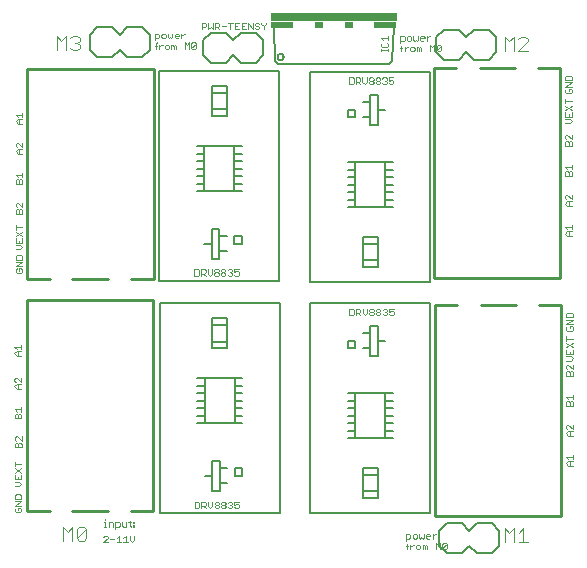
<source format=gto>
G75*
G70*
%OFA0B0*%
%FSLAX24Y24*%
%IPPOS*%
%LPD*%
%AMOC8*
5,1,8,0,0,1.08239X$1,22.5*
%
%ADD10C,0.0020*%
%ADD11C,0.0050*%
%ADD12C,0.0100*%
%ADD13C,0.0040*%
%ADD14C,0.0080*%
%ADD15R,0.4200X0.0300*%
%ADD16R,0.0750X0.0200*%
%ADD17R,0.0300X0.0200*%
D10*
X003446Y003121D02*
X003593Y003267D01*
X003593Y003304D01*
X003556Y003341D01*
X003483Y003341D01*
X003446Y003304D01*
X003446Y003121D02*
X003593Y003121D01*
X003667Y003231D02*
X003814Y003231D01*
X003888Y003267D02*
X003961Y003341D01*
X003961Y003121D01*
X003888Y003121D02*
X004035Y003121D01*
X004109Y003121D02*
X004256Y003121D01*
X004182Y003121D02*
X004182Y003341D01*
X004109Y003267D01*
X003838Y003568D02*
X003838Y003789D01*
X003948Y003789D01*
X003985Y003752D01*
X003985Y003678D01*
X003948Y003642D01*
X003838Y003642D01*
X003764Y003642D02*
X003764Y003752D01*
X003727Y003789D01*
X003617Y003789D01*
X003617Y003642D01*
X003543Y003642D02*
X003470Y003642D01*
X003506Y003642D02*
X003506Y003789D01*
X003470Y003789D01*
X003506Y003862D02*
X003506Y003899D01*
X004059Y003789D02*
X004059Y003678D01*
X004096Y003642D01*
X004206Y003642D01*
X004206Y003789D01*
X004280Y003789D02*
X004353Y003789D01*
X004317Y003825D02*
X004317Y003678D01*
X004353Y003642D01*
X004427Y003642D02*
X004427Y003678D01*
X004464Y003678D01*
X004464Y003642D01*
X004427Y003642D01*
X004427Y003752D02*
X004427Y003789D01*
X004464Y003789D01*
X004464Y003752D01*
X004427Y003752D01*
X004477Y003341D02*
X004477Y003194D01*
X004403Y003121D01*
X004330Y003194D01*
X004330Y003341D01*
X006486Y004256D02*
X006596Y004256D01*
X006633Y004292D01*
X006633Y004439D01*
X006596Y004476D01*
X006486Y004476D01*
X006486Y004256D01*
X006707Y004256D02*
X006707Y004476D01*
X006817Y004476D01*
X006854Y004439D01*
X006854Y004366D01*
X006817Y004329D01*
X006707Y004329D01*
X006780Y004329D02*
X006854Y004256D01*
X006928Y004329D02*
X006928Y004476D01*
X007075Y004476D02*
X007075Y004329D01*
X007001Y004256D01*
X006928Y004329D01*
X007149Y004329D02*
X007186Y004366D01*
X007259Y004366D01*
X007296Y004329D01*
X007296Y004292D01*
X007259Y004256D01*
X007186Y004256D01*
X007149Y004292D01*
X007149Y004329D01*
X007186Y004366D02*
X007149Y004402D01*
X007149Y004439D01*
X007186Y004476D01*
X007259Y004476D01*
X007296Y004439D01*
X007296Y004402D01*
X007259Y004366D01*
X007370Y004402D02*
X007370Y004439D01*
X007407Y004476D01*
X007480Y004476D01*
X007517Y004439D01*
X007517Y004402D01*
X007480Y004366D01*
X007407Y004366D01*
X007370Y004402D01*
X007407Y004366D02*
X007370Y004329D01*
X007370Y004292D01*
X007407Y004256D01*
X007480Y004256D01*
X007517Y004292D01*
X007517Y004329D01*
X007480Y004366D01*
X007591Y004439D02*
X007628Y004476D01*
X007701Y004476D01*
X007738Y004439D01*
X007738Y004402D01*
X007701Y004366D01*
X007738Y004329D01*
X007738Y004292D01*
X007701Y004256D01*
X007628Y004256D01*
X007591Y004292D01*
X007664Y004366D02*
X007701Y004366D01*
X007812Y004366D02*
X007885Y004402D01*
X007922Y004402D01*
X007959Y004366D01*
X007959Y004292D01*
X007922Y004256D01*
X007849Y004256D01*
X007812Y004292D01*
X007812Y004366D02*
X007812Y004476D01*
X007959Y004476D01*
X013532Y003388D02*
X013532Y003168D01*
X013532Y003241D02*
X013642Y003241D01*
X013678Y003278D01*
X013678Y003351D01*
X013642Y003388D01*
X013532Y003388D01*
X013605Y003102D02*
X013568Y003065D01*
X013568Y002881D01*
X013679Y002881D02*
X013679Y003028D01*
X013679Y002955D02*
X013752Y003028D01*
X013789Y003028D01*
X013863Y002991D02*
X013863Y002918D01*
X013900Y002881D01*
X013973Y002881D01*
X014010Y002918D01*
X014010Y002991D01*
X013973Y003028D01*
X013900Y003028D01*
X013863Y002991D01*
X014084Y003028D02*
X014084Y002881D01*
X014157Y002881D02*
X014157Y002991D01*
X014194Y003028D01*
X014231Y002991D01*
X014231Y002881D01*
X014157Y002991D02*
X014121Y003028D01*
X014084Y003028D01*
X014084Y003241D02*
X014120Y003278D01*
X014120Y003388D01*
X014195Y003351D02*
X014231Y003388D01*
X014305Y003388D01*
X014341Y003351D01*
X014341Y003315D01*
X014195Y003315D01*
X014195Y003351D02*
X014195Y003278D01*
X014231Y003241D01*
X014305Y003241D01*
X014416Y003241D02*
X014416Y003388D01*
X014489Y003388D02*
X014526Y003388D01*
X014489Y003388D02*
X014416Y003315D01*
X014526Y003102D02*
X014599Y003028D01*
X014673Y003102D01*
X014673Y002881D01*
X014747Y002918D02*
X014894Y003065D01*
X014894Y002918D01*
X014857Y002881D01*
X014784Y002881D01*
X014747Y002918D01*
X014747Y003065D01*
X014784Y003102D01*
X014857Y003102D01*
X014894Y003065D01*
X014526Y003102D02*
X014526Y002881D01*
X014084Y003241D02*
X014047Y003278D01*
X014010Y003241D01*
X013974Y003278D01*
X013974Y003388D01*
X013899Y003351D02*
X013863Y003388D01*
X013789Y003388D01*
X013753Y003351D01*
X013753Y003278D01*
X013789Y003241D01*
X013863Y003241D01*
X013899Y003278D01*
X013899Y003351D01*
X013605Y002991D02*
X013532Y002991D01*
X018874Y005745D02*
X018947Y005672D01*
X019094Y005672D01*
X018984Y005672D02*
X018984Y005819D01*
X018947Y005819D02*
X019094Y005819D01*
X019094Y005893D02*
X019094Y006040D01*
X019094Y005966D02*
X018874Y005966D01*
X018947Y005893D01*
X018947Y005819D02*
X018874Y005745D01*
X018947Y006672D02*
X018874Y006745D01*
X018947Y006819D01*
X019094Y006819D01*
X019094Y006893D02*
X018947Y007040D01*
X018910Y007040D01*
X018874Y007003D01*
X018874Y006929D01*
X018910Y006893D01*
X018984Y006819D02*
X018984Y006672D01*
X018947Y006672D02*
X019094Y006672D01*
X019094Y006893D02*
X019094Y007040D01*
X019094Y007672D02*
X018874Y007672D01*
X018874Y007782D01*
X018910Y007819D01*
X018947Y007819D01*
X018984Y007782D01*
X018984Y007672D01*
X018984Y007782D02*
X019021Y007819D01*
X019057Y007819D01*
X019094Y007782D01*
X019094Y007672D01*
X019094Y007893D02*
X019094Y008040D01*
X019094Y007966D02*
X018874Y007966D01*
X018947Y007893D01*
X018984Y008672D02*
X018984Y008782D01*
X019021Y008819D01*
X019057Y008819D01*
X019094Y008782D01*
X019094Y008672D01*
X018874Y008672D01*
X018874Y008782D01*
X018910Y008819D01*
X018947Y008819D01*
X018984Y008782D01*
X018910Y008893D02*
X018874Y008929D01*
X018874Y009003D01*
X018910Y009040D01*
X018947Y009040D01*
X019094Y008893D01*
X019094Y009040D01*
X019021Y009172D02*
X019094Y009245D01*
X019021Y009319D01*
X018874Y009319D01*
X018874Y009393D02*
X019094Y009393D01*
X019094Y009540D01*
X019094Y009614D02*
X018874Y009760D01*
X018874Y009835D02*
X018874Y009981D01*
X018874Y009908D02*
X019094Y009908D01*
X019094Y009760D02*
X018874Y009614D01*
X018874Y009540D02*
X018874Y009393D01*
X018984Y009393D02*
X018984Y009466D01*
X019021Y009172D02*
X018874Y009172D01*
X018910Y010172D02*
X019057Y010172D01*
X019094Y010208D01*
X019094Y010282D01*
X019057Y010319D01*
X018984Y010319D01*
X018984Y010245D01*
X018910Y010172D02*
X018874Y010208D01*
X018874Y010282D01*
X018910Y010319D01*
X018874Y010393D02*
X019094Y010540D01*
X018874Y010540D01*
X018874Y010614D02*
X018874Y010724D01*
X018910Y010760D01*
X019057Y010760D01*
X019094Y010724D01*
X019094Y010614D01*
X018874Y010614D01*
X018874Y010393D02*
X019094Y010393D01*
X019058Y013336D02*
X018911Y013336D01*
X018838Y013409D01*
X018911Y013482D01*
X019058Y013482D01*
X019058Y013557D02*
X019058Y013703D01*
X019058Y013630D02*
X018838Y013630D01*
X018911Y013557D01*
X018948Y013482D02*
X018948Y013336D01*
X018948Y014336D02*
X018948Y014482D01*
X018911Y014482D02*
X019058Y014482D01*
X019058Y014557D02*
X018911Y014703D01*
X018875Y014703D01*
X018838Y014667D01*
X018838Y014593D01*
X018875Y014557D01*
X018911Y014482D02*
X018838Y014409D01*
X018911Y014336D01*
X019058Y014336D01*
X019058Y014557D02*
X019058Y014703D01*
X019058Y015336D02*
X018838Y015336D01*
X018838Y015446D01*
X018875Y015482D01*
X018911Y015482D01*
X018948Y015446D01*
X018948Y015336D01*
X018948Y015446D02*
X018985Y015482D01*
X019022Y015482D01*
X019058Y015446D01*
X019058Y015336D01*
X019058Y015557D02*
X019058Y015703D01*
X019058Y015630D02*
X018838Y015630D01*
X018911Y015557D01*
X018948Y016336D02*
X018948Y016446D01*
X018985Y016482D01*
X019022Y016482D01*
X019058Y016446D01*
X019058Y016336D01*
X018838Y016336D01*
X018838Y016446D01*
X018875Y016482D01*
X018911Y016482D01*
X018948Y016446D01*
X018875Y016557D02*
X018838Y016593D01*
X018838Y016667D01*
X018875Y016703D01*
X018911Y016703D01*
X019058Y016557D01*
X019058Y016703D01*
X018985Y017086D02*
X019058Y017159D01*
X018985Y017232D01*
X018838Y017232D01*
X018838Y017307D02*
X019058Y017307D01*
X019058Y017453D01*
X019058Y017528D02*
X018838Y017674D01*
X018838Y017749D02*
X018838Y017895D01*
X018838Y017822D02*
X019058Y017822D01*
X019058Y017674D02*
X018838Y017528D01*
X018838Y017453D02*
X018838Y017307D01*
X018948Y017307D02*
X018948Y017380D01*
X018985Y017086D02*
X018838Y017086D01*
X018875Y018086D02*
X019022Y018086D01*
X019058Y018122D01*
X019058Y018196D01*
X019022Y018232D01*
X018948Y018232D01*
X018948Y018159D01*
X018875Y018232D02*
X018838Y018196D01*
X018838Y018122D01*
X018875Y018086D01*
X018838Y018307D02*
X019058Y018453D01*
X018838Y018453D01*
X018838Y018528D02*
X018838Y018638D01*
X018875Y018674D01*
X019022Y018674D01*
X019058Y018638D01*
X019058Y018528D01*
X018838Y018528D01*
X018838Y018307D02*
X019058Y018307D01*
X014701Y019514D02*
X014664Y019477D01*
X014590Y019477D01*
X014554Y019514D01*
X014701Y019661D01*
X014701Y019514D01*
X014701Y019661D02*
X014664Y019697D01*
X014590Y019697D01*
X014554Y019661D01*
X014554Y019514D01*
X014480Y019477D02*
X014480Y019697D01*
X014406Y019624D01*
X014333Y019697D01*
X014333Y019477D01*
X014038Y019477D02*
X014038Y019587D01*
X014001Y019624D01*
X013964Y019587D01*
X013964Y019477D01*
X013891Y019477D02*
X013891Y019624D01*
X013927Y019624D01*
X013964Y019587D01*
X013817Y019587D02*
X013817Y019514D01*
X013780Y019477D01*
X013706Y019477D01*
X013670Y019514D01*
X013670Y019587D01*
X013706Y019624D01*
X013780Y019624D01*
X013817Y019587D01*
X013596Y019624D02*
X013559Y019624D01*
X013486Y019550D01*
X013486Y019477D02*
X013486Y019624D01*
X013412Y019587D02*
X013338Y019587D01*
X013375Y019661D02*
X013412Y019697D01*
X013375Y019661D02*
X013375Y019477D01*
X013338Y019764D02*
X013338Y019984D01*
X013448Y019984D01*
X013485Y019947D01*
X013485Y019874D01*
X013448Y019837D01*
X013338Y019837D01*
X013559Y019874D02*
X013596Y019837D01*
X013669Y019837D01*
X013706Y019874D01*
X013706Y019947D01*
X013669Y019984D01*
X013596Y019984D01*
X013559Y019947D01*
X013559Y019874D01*
X013780Y019874D02*
X013817Y019837D01*
X013854Y019874D01*
X013890Y019837D01*
X013927Y019874D01*
X013927Y019984D01*
X014001Y019947D02*
X014038Y019984D01*
X014111Y019984D01*
X014148Y019947D01*
X014148Y019910D01*
X014001Y019910D01*
X014001Y019874D02*
X014001Y019947D01*
X014001Y019874D02*
X014038Y019837D01*
X014111Y019837D01*
X014222Y019837D02*
X014222Y019984D01*
X014222Y019910D02*
X014296Y019984D01*
X014332Y019984D01*
X013780Y019984D02*
X013780Y019874D01*
X012924Y019845D02*
X012924Y019992D01*
X012924Y019919D02*
X012704Y019919D01*
X012777Y019845D01*
X012741Y019771D02*
X012704Y019734D01*
X012704Y019661D01*
X012741Y019624D01*
X012887Y019624D01*
X012924Y019661D01*
X012924Y019734D01*
X012887Y019771D01*
X012924Y019550D02*
X012924Y019477D01*
X012924Y019514D02*
X012704Y019514D01*
X012704Y019550D02*
X012704Y019477D01*
X012632Y018613D02*
X012669Y018576D01*
X012669Y018540D01*
X012632Y018503D01*
X012559Y018503D01*
X012522Y018540D01*
X012522Y018576D01*
X012559Y018613D01*
X012632Y018613D01*
X012632Y018503D02*
X012669Y018466D01*
X012669Y018429D01*
X012632Y018393D01*
X012559Y018393D01*
X012522Y018429D01*
X012522Y018466D01*
X012559Y018503D01*
X012448Y018540D02*
X012411Y018503D01*
X012338Y018503D01*
X012301Y018540D01*
X012301Y018576D01*
X012338Y018613D01*
X012411Y018613D01*
X012448Y018576D01*
X012448Y018540D01*
X012411Y018503D02*
X012448Y018466D01*
X012448Y018429D01*
X012411Y018393D01*
X012338Y018393D01*
X012301Y018429D01*
X012301Y018466D01*
X012338Y018503D01*
X012227Y018466D02*
X012227Y018613D01*
X012227Y018466D02*
X012153Y018393D01*
X012080Y018466D01*
X012080Y018613D01*
X012006Y018576D02*
X012006Y018503D01*
X011969Y018466D01*
X011859Y018466D01*
X011859Y018393D02*
X011859Y018613D01*
X011969Y018613D01*
X012006Y018576D01*
X011932Y018466D02*
X012006Y018393D01*
X011785Y018429D02*
X011785Y018576D01*
X011748Y018613D01*
X011638Y018613D01*
X011638Y018393D01*
X011748Y018393D01*
X011785Y018429D01*
X012743Y018429D02*
X012780Y018393D01*
X012853Y018393D01*
X012890Y018429D01*
X012890Y018466D01*
X012853Y018503D01*
X012816Y018503D01*
X012853Y018503D02*
X012890Y018540D01*
X012890Y018576D01*
X012853Y018613D01*
X012780Y018613D01*
X012743Y018576D01*
X012964Y018613D02*
X012964Y018503D01*
X013037Y018540D01*
X013074Y018540D01*
X013111Y018503D01*
X013111Y018429D01*
X013074Y018393D01*
X013001Y018393D01*
X012964Y018429D01*
X012964Y018613D02*
X013111Y018613D01*
X008860Y020402D02*
X008860Y020438D01*
X008860Y020402D02*
X008786Y020328D01*
X008786Y020218D01*
X008786Y020328D02*
X008713Y020402D01*
X008713Y020438D01*
X008639Y020402D02*
X008602Y020438D01*
X008529Y020438D01*
X008492Y020402D01*
X008492Y020365D01*
X008529Y020328D01*
X008602Y020328D01*
X008639Y020292D01*
X008639Y020255D01*
X008602Y020218D01*
X008529Y020218D01*
X008492Y020255D01*
X008418Y020218D02*
X008418Y020438D01*
X008271Y020438D02*
X008418Y020218D01*
X008271Y020218D02*
X008271Y020438D01*
X008197Y020438D02*
X008050Y020438D01*
X008050Y020218D01*
X008197Y020218D01*
X008123Y020328D02*
X008050Y020328D01*
X007976Y020218D02*
X007829Y020218D01*
X007829Y020438D01*
X007976Y020438D01*
X007902Y020328D02*
X007829Y020328D01*
X007755Y020438D02*
X007608Y020438D01*
X007681Y020438D02*
X007681Y020218D01*
X007534Y020328D02*
X007387Y020328D01*
X007313Y020328D02*
X007276Y020292D01*
X007166Y020292D01*
X007239Y020292D02*
X007313Y020218D01*
X007313Y020328D02*
X007313Y020402D01*
X007276Y020438D01*
X007166Y020438D01*
X007166Y020218D01*
X007092Y020218D02*
X007092Y020438D01*
X006945Y020438D02*
X006945Y020218D01*
X007018Y020292D01*
X007092Y020218D01*
X006871Y020328D02*
X006834Y020292D01*
X006724Y020292D01*
X006724Y020218D02*
X006724Y020438D01*
X006834Y020438D01*
X006871Y020402D01*
X006871Y020328D01*
X006484Y019777D02*
X006520Y019740D01*
X006374Y019593D01*
X006410Y019557D01*
X006484Y019557D01*
X006520Y019593D01*
X006520Y019740D01*
X006484Y019777D02*
X006410Y019777D01*
X006374Y019740D01*
X006374Y019593D01*
X006299Y019557D02*
X006299Y019777D01*
X006226Y019703D01*
X006153Y019777D01*
X006153Y019557D01*
X005857Y019557D02*
X005857Y019667D01*
X005821Y019703D01*
X005784Y019667D01*
X005784Y019557D01*
X005711Y019557D02*
X005711Y019703D01*
X005747Y019703D01*
X005784Y019667D01*
X005636Y019667D02*
X005600Y019703D01*
X005526Y019703D01*
X005490Y019667D01*
X005490Y019593D01*
X005526Y019557D01*
X005600Y019557D01*
X005636Y019593D01*
X005636Y019667D01*
X005416Y019703D02*
X005379Y019703D01*
X005306Y019630D01*
X005306Y019557D02*
X005306Y019703D01*
X005232Y019667D02*
X005158Y019667D01*
X005195Y019740D02*
X005232Y019777D01*
X005195Y019740D02*
X005195Y019557D01*
X005158Y019843D02*
X005158Y020063D01*
X005268Y020063D01*
X005305Y020027D01*
X005305Y019953D01*
X005268Y019917D01*
X005158Y019917D01*
X005379Y019953D02*
X005379Y020027D01*
X005416Y020063D01*
X005489Y020063D01*
X005526Y020027D01*
X005526Y019953D01*
X005489Y019917D01*
X005416Y019917D01*
X005379Y019953D01*
X005600Y019953D02*
X005600Y020063D01*
X005600Y019953D02*
X005637Y019917D01*
X005674Y019953D01*
X005710Y019917D01*
X005747Y019953D01*
X005747Y020063D01*
X005821Y020027D02*
X005858Y020063D01*
X005931Y020063D01*
X005968Y020027D01*
X005968Y019990D01*
X005821Y019990D01*
X005821Y019953D02*
X005821Y020027D01*
X005821Y019953D02*
X005858Y019917D01*
X005931Y019917D01*
X006042Y019917D02*
X006042Y020063D01*
X006042Y019990D02*
X006116Y020063D01*
X006152Y020063D01*
X000745Y017437D02*
X000745Y017291D01*
X000745Y017364D02*
X000525Y017364D01*
X000599Y017291D01*
X000599Y017216D02*
X000525Y017143D01*
X000599Y017070D01*
X000745Y017070D01*
X000635Y017070D02*
X000635Y017216D01*
X000599Y017216D02*
X000745Y017216D01*
X000745Y016437D02*
X000745Y016291D01*
X000599Y016437D01*
X000562Y016437D01*
X000525Y016401D01*
X000525Y016327D01*
X000562Y016291D01*
X000599Y016216D02*
X000525Y016143D01*
X000599Y016070D01*
X000745Y016070D01*
X000635Y016070D02*
X000635Y016216D01*
X000599Y016216D02*
X000745Y016216D01*
X000745Y015437D02*
X000745Y015291D01*
X000745Y015364D02*
X000525Y015364D01*
X000599Y015291D01*
X000599Y015216D02*
X000635Y015180D01*
X000635Y015070D01*
X000635Y015180D02*
X000672Y015216D01*
X000709Y015216D01*
X000745Y015180D01*
X000745Y015070D01*
X000525Y015070D01*
X000525Y015180D01*
X000562Y015216D01*
X000599Y015216D01*
X000599Y014437D02*
X000562Y014437D01*
X000525Y014401D01*
X000525Y014327D01*
X000562Y014291D01*
X000562Y014216D02*
X000599Y014216D01*
X000635Y014180D01*
X000635Y014070D01*
X000635Y014180D02*
X000672Y014216D01*
X000709Y014216D01*
X000745Y014180D01*
X000745Y014070D01*
X000525Y014070D01*
X000525Y014180D01*
X000562Y014216D01*
X000745Y014291D02*
X000599Y014437D01*
X000745Y014437D02*
X000745Y014291D01*
X000525Y013687D02*
X000525Y013541D01*
X000525Y013614D02*
X000745Y013614D01*
X000745Y013466D02*
X000525Y013320D01*
X000525Y013245D02*
X000525Y013099D01*
X000745Y013099D01*
X000745Y013245D01*
X000745Y013320D02*
X000525Y013466D01*
X000635Y013172D02*
X000635Y013099D01*
X000672Y013024D02*
X000525Y013024D01*
X000525Y012878D02*
X000672Y012878D01*
X000745Y012951D01*
X000672Y013024D01*
X000709Y012687D02*
X000562Y012687D01*
X000525Y012651D01*
X000525Y012541D01*
X000745Y012541D01*
X000745Y012651D01*
X000709Y012687D01*
X000745Y012466D02*
X000525Y012466D01*
X000525Y012320D02*
X000745Y012466D01*
X000745Y012320D02*
X000525Y012320D01*
X000562Y012245D02*
X000525Y012209D01*
X000525Y012135D01*
X000562Y012099D01*
X000709Y012099D01*
X000745Y012135D01*
X000745Y012209D01*
X000709Y012245D01*
X000635Y012245D01*
X000635Y012172D01*
X000695Y009709D02*
X000695Y009562D01*
X000695Y009488D02*
X000548Y009488D01*
X000474Y009415D01*
X000548Y009341D01*
X000695Y009341D01*
X000585Y009341D02*
X000585Y009488D01*
X000548Y009562D02*
X000474Y009636D01*
X000695Y009636D01*
X000701Y008608D02*
X000701Y008461D01*
X000555Y008608D01*
X000518Y008608D01*
X000481Y008571D01*
X000481Y008498D01*
X000518Y008461D01*
X000555Y008387D02*
X000701Y008387D01*
X000591Y008387D02*
X000591Y008240D01*
X000555Y008240D02*
X000701Y008240D01*
X000555Y008240D02*
X000481Y008314D01*
X000555Y008387D01*
X000708Y007619D02*
X000708Y007472D01*
X000708Y007545D02*
X000488Y007545D01*
X000562Y007472D01*
X000562Y007398D02*
X000598Y007361D01*
X000598Y007251D01*
X000708Y007251D02*
X000488Y007251D01*
X000488Y007361D01*
X000525Y007398D01*
X000562Y007398D01*
X000598Y007361D02*
X000635Y007398D01*
X000672Y007398D01*
X000708Y007361D01*
X000708Y007251D01*
X000716Y006644D02*
X000716Y006498D01*
X000569Y006644D01*
X000533Y006644D01*
X000496Y006608D01*
X000496Y006534D01*
X000533Y006498D01*
X000533Y006423D02*
X000569Y006423D01*
X000606Y006387D01*
X000606Y006277D01*
X000606Y006387D02*
X000643Y006423D01*
X000680Y006423D01*
X000716Y006387D01*
X000716Y006277D01*
X000496Y006277D01*
X000496Y006387D01*
X000533Y006423D01*
X000484Y005803D02*
X000484Y005656D01*
X000484Y005729D02*
X000704Y005729D01*
X000704Y005582D02*
X000484Y005435D01*
X000484Y005361D02*
X000484Y005214D01*
X000704Y005214D01*
X000704Y005361D01*
X000704Y005435D02*
X000484Y005582D01*
X000594Y005287D02*
X000594Y005214D01*
X000630Y005140D02*
X000484Y005140D01*
X000630Y005140D02*
X000704Y005066D01*
X000630Y004993D01*
X000484Y004993D01*
X000527Y004710D02*
X000491Y004673D01*
X000491Y004563D01*
X000711Y004563D01*
X000711Y004673D01*
X000674Y004710D01*
X000527Y004710D01*
X000491Y004489D02*
X000711Y004489D01*
X000491Y004342D01*
X000711Y004342D01*
X000674Y004268D02*
X000601Y004268D01*
X000601Y004195D01*
X000674Y004268D02*
X000711Y004231D01*
X000711Y004158D01*
X000674Y004121D01*
X000527Y004121D01*
X000491Y004158D01*
X000491Y004231D01*
X000527Y004268D01*
X006480Y012003D02*
X006591Y012003D01*
X006627Y012039D01*
X006627Y012186D01*
X006591Y012223D01*
X006480Y012223D01*
X006480Y012003D01*
X006701Y012003D02*
X006701Y012223D01*
X006812Y012223D01*
X006848Y012186D01*
X006848Y012113D01*
X006812Y012076D01*
X006701Y012076D01*
X006775Y012076D02*
X006848Y012003D01*
X006922Y012076D02*
X006922Y012223D01*
X006922Y012076D02*
X006996Y012003D01*
X007069Y012076D01*
X007069Y012223D01*
X007143Y012186D02*
X007143Y012150D01*
X007180Y012113D01*
X007254Y012113D01*
X007290Y012076D01*
X007290Y012039D01*
X007254Y012003D01*
X007180Y012003D01*
X007143Y012039D01*
X007143Y012076D01*
X007180Y012113D01*
X007254Y012113D02*
X007290Y012150D01*
X007290Y012186D01*
X007254Y012223D01*
X007180Y012223D01*
X007143Y012186D01*
X007364Y012186D02*
X007364Y012150D01*
X007401Y012113D01*
X007475Y012113D01*
X007511Y012076D01*
X007511Y012039D01*
X007475Y012003D01*
X007401Y012003D01*
X007364Y012039D01*
X007364Y012076D01*
X007401Y012113D01*
X007475Y012113D02*
X007511Y012150D01*
X007511Y012186D01*
X007475Y012223D01*
X007401Y012223D01*
X007364Y012186D01*
X007585Y012186D02*
X007622Y012223D01*
X007696Y012223D01*
X007732Y012186D01*
X007732Y012150D01*
X007696Y012113D01*
X007732Y012076D01*
X007732Y012039D01*
X007696Y012003D01*
X007622Y012003D01*
X007585Y012039D01*
X007659Y012113D02*
X007696Y012113D01*
X007806Y012113D02*
X007880Y012150D01*
X007917Y012150D01*
X007953Y012113D01*
X007953Y012039D01*
X007917Y012003D01*
X007843Y012003D01*
X007806Y012039D01*
X007806Y012113D02*
X007806Y012223D01*
X007953Y012223D01*
X011647Y010899D02*
X011647Y010679D01*
X011757Y010679D01*
X011793Y010716D01*
X011793Y010863D01*
X011757Y010899D01*
X011647Y010899D01*
X011868Y010899D02*
X011868Y010679D01*
X011868Y010753D02*
X011978Y010753D01*
X012014Y010789D01*
X012014Y010863D01*
X011978Y010899D01*
X011868Y010899D01*
X011941Y010753D02*
X012014Y010679D01*
X012089Y010753D02*
X012162Y010679D01*
X012235Y010753D01*
X012235Y010899D01*
X012310Y010863D02*
X012310Y010826D01*
X012346Y010789D01*
X012420Y010789D01*
X012456Y010753D01*
X012456Y010716D01*
X012420Y010679D01*
X012346Y010679D01*
X012310Y010716D01*
X012310Y010753D01*
X012346Y010789D01*
X012420Y010789D02*
X012456Y010826D01*
X012456Y010863D01*
X012420Y010899D01*
X012346Y010899D01*
X012310Y010863D01*
X012531Y010863D02*
X012531Y010826D01*
X012567Y010789D01*
X012641Y010789D01*
X012677Y010753D01*
X012677Y010716D01*
X012641Y010679D01*
X012567Y010679D01*
X012531Y010716D01*
X012531Y010753D01*
X012567Y010789D01*
X012641Y010789D02*
X012677Y010826D01*
X012677Y010863D01*
X012641Y010899D01*
X012567Y010899D01*
X012531Y010863D01*
X012751Y010863D02*
X012788Y010899D01*
X012862Y010899D01*
X012898Y010863D01*
X012898Y010826D01*
X012862Y010789D01*
X012898Y010753D01*
X012898Y010716D01*
X012862Y010679D01*
X012788Y010679D01*
X012751Y010716D01*
X012825Y010789D02*
X012862Y010789D01*
X012972Y010789D02*
X012972Y010899D01*
X013119Y010899D01*
X013083Y010826D02*
X013119Y010789D01*
X013119Y010716D01*
X013083Y010679D01*
X013009Y010679D01*
X012972Y010716D01*
X012972Y010789D02*
X013046Y010826D01*
X013083Y010826D01*
X012089Y010899D02*
X012089Y010753D01*
D11*
X012345Y010328D02*
X012595Y010328D01*
X012595Y009828D01*
X012595Y009328D01*
X012345Y009328D01*
X012345Y009578D01*
X012095Y009578D01*
X012345Y009578D02*
X012345Y010078D01*
X012095Y010078D01*
X012345Y010078D02*
X012345Y010328D01*
X012595Y009828D02*
X012845Y009828D01*
X011845Y009828D02*
X011845Y009578D01*
X011595Y009578D01*
X011595Y009828D01*
X011845Y009828D01*
X010345Y011078D02*
X010345Y004078D01*
X014345Y004078D01*
X014345Y011078D01*
X010345Y011078D01*
X010336Y011791D02*
X010336Y018791D01*
X014336Y018791D01*
X014336Y011791D01*
X010336Y011791D01*
X009309Y011824D02*
X009309Y018824D01*
X005309Y018824D01*
X005309Y011824D01*
X009309Y011824D01*
X009315Y011077D02*
X009315Y004077D01*
X005315Y004077D01*
X005315Y011077D01*
X009315Y011077D01*
X007565Y010577D02*
X007565Y009577D01*
X007065Y009577D01*
X007065Y010577D01*
X007565Y010577D01*
X007564Y010343D02*
X007066Y010343D01*
X007066Y010363D01*
X007066Y009806D02*
X007557Y009806D01*
X007815Y008577D02*
X006815Y008577D01*
X006565Y008577D01*
X006815Y008577D02*
X006815Y007077D01*
X006565Y007077D01*
X006815Y007077D02*
X007815Y007077D01*
X008065Y007077D01*
X008065Y007327D02*
X007815Y007327D01*
X007815Y007077D01*
X007815Y007327D02*
X007815Y007577D01*
X008065Y007577D01*
X008065Y007827D02*
X007815Y007827D01*
X007815Y007577D01*
X007815Y007827D02*
X007815Y008077D01*
X008065Y008077D01*
X008065Y008327D02*
X007815Y008327D01*
X007815Y008077D01*
X007815Y008327D02*
X007815Y008577D01*
X008065Y008577D01*
X006815Y008327D02*
X006565Y008327D01*
X006565Y008077D02*
X006815Y008077D01*
X006815Y007827D02*
X006565Y007827D01*
X006565Y007577D02*
X006815Y007577D01*
X006815Y007327D02*
X006565Y007327D01*
X007065Y005827D02*
X007065Y005327D01*
X006815Y005327D01*
X007065Y005327D02*
X007065Y004827D01*
X007315Y004827D01*
X007315Y005077D01*
X007565Y005077D01*
X007315Y005077D02*
X007315Y005577D01*
X007315Y005827D01*
X007065Y005827D01*
X007315Y005577D02*
X007565Y005577D01*
X007815Y005577D02*
X007815Y005327D01*
X008065Y005327D01*
X008065Y005577D01*
X007815Y005577D01*
X011595Y006578D02*
X011845Y006578D01*
X011845Y006828D01*
X011595Y006828D01*
X011845Y006828D02*
X011845Y007078D01*
X011595Y007078D01*
X011845Y007078D02*
X011845Y007328D01*
X011595Y007328D01*
X011845Y007328D02*
X011845Y007578D01*
X011595Y007578D01*
X011845Y007578D02*
X011845Y007828D01*
X011595Y007828D01*
X011845Y007828D02*
X011845Y008078D01*
X011595Y008078D01*
X011845Y008078D02*
X012845Y008078D01*
X013095Y008078D01*
X013095Y007828D02*
X012845Y007828D01*
X012845Y008078D02*
X012845Y006578D01*
X013095Y006578D01*
X012845Y006578D02*
X011845Y006578D01*
X012095Y005578D02*
X012095Y004578D01*
X012595Y004578D01*
X012595Y005578D01*
X012095Y005578D01*
X012102Y005349D02*
X012594Y005349D01*
X012594Y004812D02*
X012096Y004812D01*
X012594Y004812D02*
X012594Y004792D01*
X012845Y006828D02*
X013095Y006828D01*
X013095Y007078D02*
X012845Y007078D01*
X012845Y007328D02*
X013095Y007328D01*
X013095Y007578D02*
X012845Y007578D01*
X012586Y012291D02*
X012086Y012291D01*
X012086Y013291D01*
X012586Y013291D01*
X012586Y012291D01*
X012585Y012506D02*
X012585Y012526D01*
X012087Y012526D01*
X012094Y013062D02*
X012585Y013062D01*
X012836Y014291D02*
X011836Y014291D01*
X011586Y014291D01*
X011836Y014291D02*
X011836Y014541D01*
X011586Y014541D01*
X011836Y014541D02*
X011836Y014791D01*
X011586Y014791D01*
X011836Y014791D02*
X011836Y015041D01*
X011586Y015041D01*
X011836Y015041D02*
X011836Y015291D01*
X011586Y015291D01*
X011836Y015291D02*
X011836Y015541D01*
X011586Y015541D01*
X011836Y015541D02*
X011836Y015791D01*
X011586Y015791D01*
X011836Y015791D02*
X012836Y015791D01*
X013086Y015791D01*
X013086Y015541D02*
X012836Y015541D01*
X012836Y015791D02*
X012836Y014291D01*
X013086Y014291D01*
X013086Y014541D02*
X012836Y014541D01*
X012836Y014791D02*
X013086Y014791D01*
X013086Y015041D02*
X012836Y015041D01*
X012836Y015291D02*
X013086Y015291D01*
X012586Y017041D02*
X012336Y017041D01*
X012336Y017291D01*
X012086Y017291D01*
X011836Y017291D02*
X011836Y017541D01*
X011586Y017541D01*
X011586Y017291D01*
X011836Y017291D01*
X012336Y017291D02*
X012336Y017791D01*
X012086Y017791D01*
X012336Y017791D02*
X012336Y018041D01*
X012586Y018041D01*
X012586Y017541D01*
X012586Y017041D01*
X012586Y017541D02*
X012836Y017541D01*
X012972Y019060D02*
X009272Y019060D01*
X009172Y019160D01*
X009122Y020310D01*
X009252Y019300D02*
X009254Y019320D01*
X009260Y019338D01*
X009269Y019356D01*
X009281Y019371D01*
X009296Y019383D01*
X009314Y019392D01*
X009332Y019398D01*
X009352Y019400D01*
X009372Y019398D01*
X009390Y019392D01*
X009408Y019383D01*
X009423Y019371D01*
X009435Y019356D01*
X009444Y019338D01*
X009450Y019320D01*
X009452Y019300D01*
X009450Y019280D01*
X009444Y019262D01*
X009435Y019244D01*
X009423Y019229D01*
X009408Y019217D01*
X009390Y019208D01*
X009372Y019202D01*
X009352Y019200D01*
X009332Y019202D01*
X009314Y019208D01*
X009296Y019217D01*
X009281Y019229D01*
X009269Y019244D01*
X009260Y019262D01*
X009254Y019280D01*
X009252Y019300D01*
X007559Y018324D02*
X007559Y017324D01*
X007059Y017324D01*
X007059Y018324D01*
X007559Y018324D01*
X007558Y018090D02*
X007060Y018090D01*
X007060Y018110D01*
X007060Y017553D02*
X007551Y017553D01*
X007809Y016324D02*
X006809Y016324D01*
X006559Y016324D01*
X006559Y016074D02*
X006809Y016074D01*
X006809Y015824D02*
X006559Y015824D01*
X006559Y015574D02*
X006809Y015574D01*
X006809Y015324D02*
X006559Y015324D01*
X006559Y015074D02*
X006809Y015074D01*
X006809Y014824D02*
X006559Y014824D01*
X006809Y014824D02*
X006809Y016324D01*
X007809Y016324D02*
X007809Y016074D01*
X008059Y016074D01*
X008059Y015824D02*
X007809Y015824D01*
X007809Y015574D01*
X008059Y015574D01*
X008059Y015324D02*
X007809Y015324D01*
X007809Y015074D01*
X008059Y015074D01*
X008059Y014824D02*
X007809Y014824D01*
X007809Y015074D01*
X007809Y014824D02*
X006809Y014824D01*
X007809Y015324D02*
X007809Y015574D01*
X007809Y015824D02*
X007809Y016074D01*
X007809Y016324D02*
X008059Y016324D01*
X007309Y013574D02*
X007059Y013574D01*
X007059Y013074D01*
X006809Y013074D01*
X007059Y013074D02*
X007059Y012574D01*
X007309Y012574D01*
X007309Y012824D01*
X007559Y012824D01*
X007309Y012824D02*
X007309Y013324D01*
X007309Y013574D01*
X007309Y013324D02*
X007559Y013324D01*
X007809Y013324D02*
X007809Y013074D01*
X008059Y013074D01*
X008059Y013324D01*
X007809Y013324D01*
X012972Y019060D02*
X013072Y019160D01*
X013122Y020310D01*
D12*
X014466Y018930D02*
X015206Y018930D01*
X014466Y018930D02*
X014466Y011922D01*
X018671Y011922D01*
X018671Y018930D01*
X017923Y018930D01*
X017175Y018930D02*
X015993Y018930D01*
X016029Y011016D02*
X017210Y011016D01*
X017958Y011016D02*
X018706Y011016D01*
X018706Y004008D01*
X014502Y004008D01*
X014502Y011016D01*
X015242Y011016D01*
X005111Y011177D02*
X005111Y004170D01*
X004370Y004170D01*
X003583Y004170D02*
X002402Y004170D01*
X001654Y004170D02*
X000906Y004170D01*
X000906Y011177D01*
X005111Y011177D01*
X005118Y011897D02*
X004378Y011897D01*
X005118Y011897D02*
X005118Y018905D01*
X000913Y018905D01*
X000913Y011897D01*
X001661Y011897D01*
X002409Y011897D02*
X003590Y011897D01*
D13*
X002103Y003628D02*
X002103Y003168D01*
X002410Y003168D02*
X002410Y003628D01*
X002257Y003475D01*
X002103Y003628D01*
X002564Y003551D02*
X002564Y003244D01*
X002871Y003551D01*
X002871Y003244D01*
X002794Y003168D01*
X002641Y003168D01*
X002564Y003244D01*
X002564Y003551D02*
X002641Y003628D01*
X002794Y003628D01*
X002871Y003551D01*
X016826Y003581D02*
X016826Y003121D01*
X017133Y003121D02*
X017133Y003581D01*
X016979Y003428D01*
X016826Y003581D01*
X017286Y003428D02*
X017440Y003581D01*
X017440Y003121D01*
X017593Y003121D02*
X017286Y003121D01*
X017277Y019504D02*
X017584Y019811D01*
X017584Y019888D01*
X017507Y019964D01*
X017354Y019964D01*
X017277Y019888D01*
X017124Y019964D02*
X017124Y019504D01*
X017277Y019504D02*
X017584Y019504D01*
X017124Y019964D02*
X016970Y019811D01*
X016817Y019964D01*
X016817Y019504D01*
X002652Y019603D02*
X002575Y019527D01*
X002421Y019527D01*
X002345Y019603D01*
X002191Y019527D02*
X002191Y019987D01*
X002038Y019834D01*
X001884Y019987D01*
X001884Y019527D01*
X002345Y019910D02*
X002421Y019987D01*
X002575Y019987D01*
X002652Y019910D01*
X002652Y019834D01*
X002575Y019757D01*
X002652Y019680D01*
X002652Y019603D01*
X002575Y019757D02*
X002498Y019757D01*
D14*
X002985Y019541D02*
X002985Y020041D01*
X003235Y020291D01*
X003735Y020291D01*
X003985Y020041D01*
X004235Y020291D01*
X004735Y020291D01*
X004985Y020041D01*
X004985Y019541D01*
X004735Y019291D01*
X004235Y019291D01*
X003985Y019541D01*
X003735Y019291D01*
X003235Y019291D01*
X002985Y019541D01*
X006766Y019351D02*
X006766Y019851D01*
X007016Y020101D01*
X007516Y020101D01*
X007766Y019851D01*
X008016Y020101D01*
X008516Y020101D01*
X008766Y019851D01*
X008766Y019351D01*
X008516Y019101D01*
X008016Y019101D01*
X007766Y019351D01*
X007516Y019101D01*
X007016Y019101D01*
X006766Y019351D01*
X014532Y019447D02*
X014782Y019197D01*
X015282Y019197D01*
X015532Y019447D01*
X015782Y019197D01*
X016282Y019197D01*
X016532Y019447D01*
X016532Y019947D01*
X016282Y020197D01*
X015782Y020197D01*
X015532Y019947D01*
X015282Y020197D01*
X014782Y020197D01*
X014532Y019947D01*
X014532Y019447D01*
X014885Y003751D02*
X014635Y003501D01*
X014635Y003001D01*
X014885Y002751D01*
X015385Y002751D01*
X015635Y003001D01*
X015885Y002751D01*
X016385Y002751D01*
X016635Y003001D01*
X016635Y003501D01*
X016385Y003751D01*
X015885Y003751D01*
X015635Y003501D01*
X015385Y003751D01*
X014885Y003751D01*
D15*
X011122Y020610D03*
D16*
X012847Y020360D03*
X009397Y020360D03*
D17*
X010622Y020360D03*
X011622Y020360D03*
M02*

</source>
